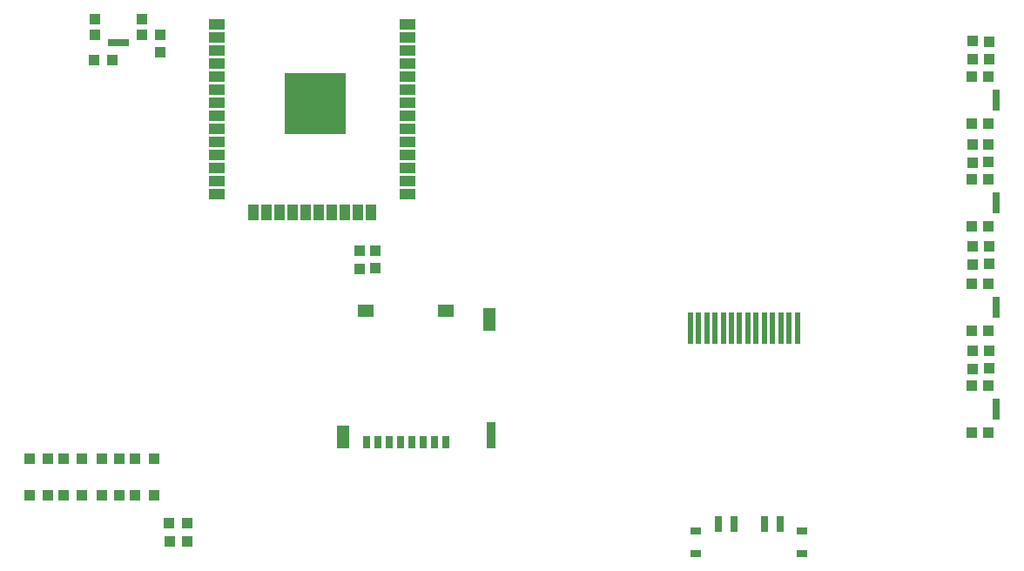
<source format=gtp>
G04 Layer: TopPasteMaskLayer*
G04 EasyEDA v6.5.39, 2024-01-10 14:41:16*
G04 52a2ae1d1fff4fd0b89a8512cd0fdb0d,3d9c8b04885e45b7839bd8e85c0fd600,10*
G04 Gerber Generator version 0.2*
G04 Scale: 100 percent, Rotated: No, Reflected: No *
G04 Dimensions in millimeters *
G04 leading zeros omitted , absolute positions ,4 integer and 5 decimal *
%FSLAX45Y45*%
%MOMM*%

%AMMACRO1*4,1,4,-0.2501,1.5,0.2501,1.5,0.2501,-1.5,-0.2501,-1.5,-0.2501,1.5,0*%
%AMMACRO2*4,1,4,-0.2499,1.5,0.2499,1.5,0.2499,-1.5,-0.2499,-1.5,-0.2499,1.5,0*%
%ADD10R,1.0008X1.0998*%
%ADD11R,1.0000X1.1000*%
%ADD12R,0.9906X1.0922*%
%ADD13MACRO1*%
%ADD14MACRO2*%
%ADD15R,1.0922X0.9906*%
%ADD16R,1.1000X1.0000*%
%ADD17R,1.5011X1.0008*%
%ADD18R,1.0008X1.5011*%
%ADD19R,5.9995X5.9995*%
%ADD20R,0.8000X1.2400*%
%ADD21R,0.9500X2.5000*%
%ADD22R,1.1500X2.2000*%
%ADD23R,1.5000X1.1500*%
%ADD24R,0.7000X1.5000*%
%ADD25R,1.0000X0.8000*%
%ADD26R,1.0000X1.0000*%
%ADD27R,2.0000X0.7000*%
%ADD28R,0.7000X2.0000*%

%LPD*%
D10*
G01*
X-2279980Y1043939D03*
G01*
X-2279980Y876300D03*
D11*
G01*
X-2750286Y800735D03*
G01*
X-2930296Y800735D03*
D12*
G01*
X-190500Y-1228089D03*
G01*
X-190500Y-1057910D03*
G01*
X5778500Y806450D03*
G01*
X5778500Y976629D03*
D13*
G01*
X2870898Y-1814360D03*
D14*
G01*
X2950895Y-1814360D03*
G01*
X3030905Y-1814360D03*
D13*
G01*
X3110903Y-1814360D03*
D14*
G01*
X3190900Y-1814360D03*
D13*
G01*
X3270897Y-1814360D03*
D14*
G01*
X3350894Y-1814360D03*
G01*
X3430905Y-1814360D03*
D13*
G01*
X3510902Y-1814360D03*
D14*
G01*
X3590899Y-1814360D03*
D13*
G01*
X3670896Y-1814360D03*
D14*
G01*
X3750894Y-1814360D03*
G01*
X3830904Y-1814360D03*
D13*
G01*
X3910901Y-1814360D03*
D15*
G01*
X-2680792Y-3439160D03*
G01*
X-2850972Y-3439160D03*
G01*
X-3219272Y-3439160D03*
G01*
X-3049092Y-3439160D03*
D16*
G01*
X-342900Y-1234135D03*
G01*
X-342900Y-1054125D03*
D15*
G01*
X-3219272Y-3083560D03*
G01*
X-3049092Y-3083560D03*
G01*
X-2680792Y-3083560D03*
G01*
X-2850972Y-3083560D03*
D17*
G01*
X-1729740Y762000D03*
G01*
X-1729740Y635000D03*
G01*
X-1729740Y508000D03*
G01*
X-1729740Y381000D03*
G01*
X-1729740Y254000D03*
G01*
X-1729740Y127000D03*
G01*
X-1729740Y0D03*
G01*
X-1729740Y-127000D03*
D18*
G01*
X-231140Y-683260D03*
D17*
G01*
X119379Y-508000D03*
G01*
X119379Y-381000D03*
G01*
X119379Y-254000D03*
G01*
X119379Y-127000D03*
G01*
X119379Y0D03*
G01*
X119379Y127000D03*
G01*
X119379Y254000D03*
D18*
G01*
X-1120140Y-683260D03*
D17*
G01*
X-1729740Y-254000D03*
G01*
X-1729740Y-381000D03*
G01*
X-1729740Y-508000D03*
D18*
G01*
X-1374140Y-683260D03*
G01*
X-1247140Y-683260D03*
D17*
G01*
X-1729740Y889000D03*
G01*
X-1729740Y1016000D03*
G01*
X-1729740Y1143000D03*
D18*
G01*
X-993140Y-683260D03*
G01*
X-866140Y-683260D03*
G01*
X-739140Y-683260D03*
G01*
X-358140Y-683260D03*
G01*
X-485140Y-683260D03*
G01*
X-612140Y-683260D03*
D17*
G01*
X119379Y381000D03*
G01*
X119379Y508000D03*
G01*
X119379Y635000D03*
G01*
X119379Y762000D03*
G01*
X119379Y889000D03*
G01*
X119379Y1016000D03*
G01*
X119379Y1143000D03*
D19*
G01*
X-774700Y370839D03*
D15*
G01*
X-2193289Y-3883660D03*
G01*
X-2023110Y-3883660D03*
D11*
G01*
X-2525674Y-3439160D03*
G01*
X-2345689Y-3439160D03*
G01*
X-3374389Y-3439160D03*
G01*
X-3554374Y-3439160D03*
D20*
G01*
X495300Y-2918460D03*
G01*
X385292Y-2918460D03*
G01*
X275209Y-2918460D03*
G01*
X165303Y-2918460D03*
G01*
X55295Y-2918460D03*
G01*
X-54711Y-2918460D03*
G01*
X-164693Y-2918460D03*
G01*
X-274700Y-2918460D03*
D21*
G01*
X929792Y-2855468D03*
D22*
G01*
X-509193Y-2870454D03*
G01*
X919810Y-1722475D03*
D23*
G01*
X489305Y-1642973D03*
G01*
X-289712Y-1642973D03*
D24*
G01*
X3141700Y-3715765D03*
G01*
X3291687Y-3715765D03*
G01*
X3591686Y-3715765D03*
G01*
X3741699Y-3715765D03*
D25*
G01*
X2926689Y-3780764D03*
G01*
X2926689Y-4000754D03*
G01*
X3956684Y-4000754D03*
G01*
X3956684Y-3780764D03*
D16*
G01*
X5613400Y801522D03*
G01*
X5613400Y981532D03*
D12*
G01*
X5765800Y-196850D03*
G01*
X5765800Y-26670D03*
G01*
X5778500Y-1186357D03*
G01*
X5778500Y-1016177D03*
G01*
X5778500Y-2203450D03*
G01*
X5778500Y-2033270D03*
D16*
G01*
X5613400Y-201777D03*
G01*
X5613400Y-21767D03*
G01*
X5613400Y-1191260D03*
G01*
X5613400Y-1011250D03*
G01*
X5613400Y-2207260D03*
G01*
X5613400Y-2027250D03*
D26*
G01*
X-2462403Y1038225D03*
G01*
X-2922396Y1038225D03*
G01*
X-2462403Y1198244D03*
G01*
X-2922396Y1198244D03*
D27*
G01*
X-2692400Y965835D03*
D26*
G01*
X5771515Y638936D03*
G01*
X5771515Y178943D03*
G01*
X5611495Y638936D03*
G01*
X5611495Y178943D03*
D28*
G01*
X5843904Y408939D03*
D26*
G01*
X5771515Y-364363D03*
G01*
X5771515Y-824356D03*
G01*
X5611495Y-364363D03*
G01*
X5611495Y-824356D03*
D28*
G01*
X5843904Y-594360D03*
D26*
G01*
X5771515Y-1380363D03*
G01*
X5771515Y-1840356D03*
G01*
X5611495Y-1380363D03*
G01*
X5611495Y-1840356D03*
D28*
G01*
X5843904Y-1610360D03*
D26*
G01*
X5771515Y-2370963D03*
G01*
X5771515Y-2830956D03*
G01*
X5611495Y-2370963D03*
G01*
X5611495Y-2830956D03*
D28*
G01*
X5843904Y-2600960D03*
D11*
G01*
X-2018182Y-3705860D03*
G01*
X-2198192Y-3705860D03*
G01*
X-2525674Y-3083560D03*
G01*
X-2345689Y-3083560D03*
G01*
X-3374389Y-3083560D03*
G01*
X-3554374Y-3083560D03*
M02*

</source>
